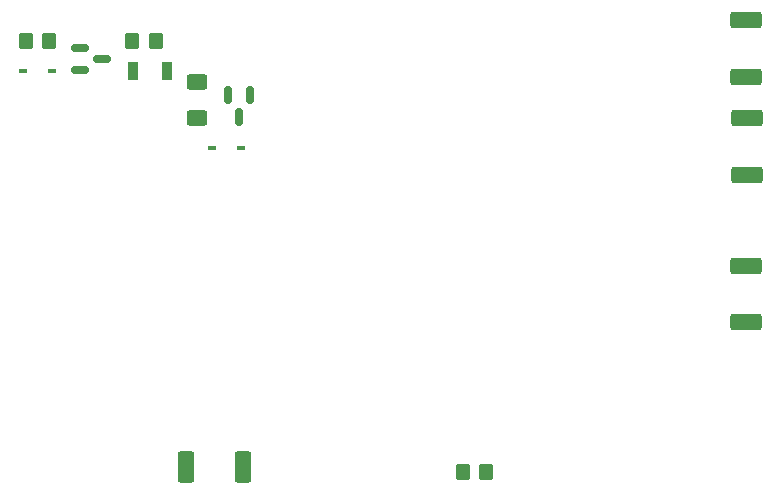
<source format=gtp>
%TF.GenerationSoftware,KiCad,Pcbnew,9.0.4-9.0.4-0~ubuntu24.04.1*%
%TF.CreationDate,2025-08-23T17:14:42+02:00*%
%TF.ProjectId,hv_board,68765f62-6f61-4726-942e-6b696361645f,rev?*%
%TF.SameCoordinates,Original*%
%TF.FileFunction,Paste,Top*%
%TF.FilePolarity,Positive*%
%FSLAX46Y46*%
G04 Gerber Fmt 4.6, Leading zero omitted, Abs format (unit mm)*
G04 Created by KiCad (PCBNEW 9.0.4-9.0.4-0~ubuntu24.04.1) date 2025-08-23 17:14:42*
%MOMM*%
%LPD*%
G01*
G04 APERTURE LIST*
G04 Aperture macros list*
%AMRoundRect*
0 Rectangle with rounded corners*
0 $1 Rounding radius*
0 $2 $3 $4 $5 $6 $7 $8 $9 X,Y pos of 4 corners*
0 Add a 4 corners polygon primitive as box body*
4,1,4,$2,$3,$4,$5,$6,$7,$8,$9,$2,$3,0*
0 Add four circle primitives for the rounded corners*
1,1,$1+$1,$2,$3*
1,1,$1+$1,$4,$5*
1,1,$1+$1,$6,$7*
1,1,$1+$1,$8,$9*
0 Add four rect primitives between the rounded corners*
20,1,$1+$1,$2,$3,$4,$5,0*
20,1,$1+$1,$4,$5,$6,$7,0*
20,1,$1+$1,$6,$7,$8,$9,0*
20,1,$1+$1,$8,$9,$2,$3,0*%
G04 Aperture macros list end*
%ADD10RoundRect,0.249999X1.075001X-0.450001X1.075001X0.450001X-1.075001X0.450001X-1.075001X-0.450001X0*%
%ADD11RoundRect,0.250000X-0.350000X-0.450000X0.350000X-0.450000X0.350000X0.450000X-0.350000X0.450000X0*%
%ADD12R,0.711200X0.406400*%
%ADD13RoundRect,0.249999X0.450001X1.075001X-0.450001X1.075001X-0.450001X-1.075001X0.450001X-1.075001X0*%
%ADD14RoundRect,0.250000X0.350000X0.450000X-0.350000X0.450000X-0.350000X-0.450000X0.350000X-0.450000X0*%
%ADD15RoundRect,0.150000X-0.587500X-0.150000X0.587500X-0.150000X0.587500X0.150000X-0.587500X0.150000X0*%
%ADD16R,0.965200X1.600200*%
%ADD17RoundRect,0.250000X0.625000X-0.400000X0.625000X0.400000X-0.625000X0.400000X-0.625000X-0.400000X0*%
%ADD18RoundRect,0.249999X-1.075001X0.450001X-1.075001X-0.450001X1.075001X-0.450001X1.075001X0.450001X0*%
%ADD19RoundRect,0.150000X-0.150000X0.587500X-0.150000X-0.587500X0.150000X-0.587500X0.150000X0.587500X0*%
G04 APERTURE END LIST*
D10*
%TO.C,R6*%
X179000000Y-80800000D03*
X179000000Y-76000000D03*
%TD*%
D11*
%TO.C,R1*%
X118000000Y-57000000D03*
X120000000Y-57000000D03*
%TD*%
D10*
%TO.C,R5*%
X179045000Y-68300000D03*
X179045000Y-63500000D03*
%TD*%
D12*
%TO.C,U3*%
X117806200Y-59500000D03*
X120193800Y-59500000D03*
%TD*%
D13*
%TO.C,R11*%
X136400000Y-93000000D03*
X131600000Y-93000000D03*
%TD*%
D14*
%TO.C,R7*%
X157000000Y-93500000D03*
X155000000Y-93500000D03*
%TD*%
D15*
%TO.C,Q1*%
X122625000Y-57550000D03*
X122625000Y-59450000D03*
X124500000Y-58500000D03*
%TD*%
D16*
%TO.C,F4*%
X130000000Y-59500000D03*
X127053600Y-59500000D03*
%TD*%
D17*
%TO.C,R8*%
X132500000Y-63500000D03*
X132500000Y-60400000D03*
%TD*%
D18*
%TO.C,R9*%
X179000000Y-55200000D03*
X179000000Y-60000000D03*
%TD*%
D11*
%TO.C,R28*%
X127000000Y-57000000D03*
X129000000Y-57000000D03*
%TD*%
D12*
%TO.C,U4*%
X136193800Y-66000000D03*
X133806200Y-66000000D03*
%TD*%
D19*
%TO.C,Q2*%
X137000000Y-61500000D03*
X135100000Y-61500000D03*
X136050000Y-63375000D03*
%TD*%
M02*

</source>
